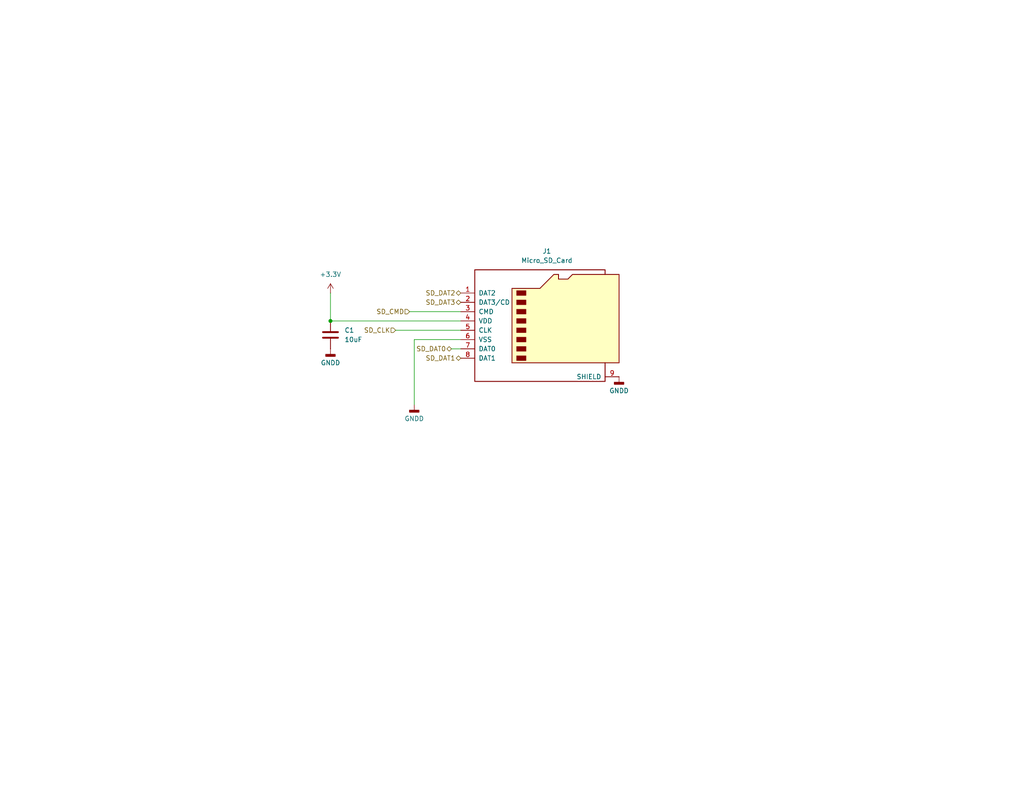
<source format=kicad_sch>
(kicad_sch (version 20250114) (generator "eeschema") (generator_version "9.0")
  (paper "USLetter")
  (title_block (title "Control Module Rev2") (date "2026-02-10") (rev "2.0") (company "Rowan Rocketry"))
  (lib_symbols
    (symbol "Connector:Micro_SD_Card" (pin_names (offset 1.016))
      (property "Reference" "J" (at -16.51 15.24 0))
      (property "Value" "Micro_SD_Card" (at 16.51 15.24 0))
      (symbol "Micro_SD_Card_0_1"
        (polyline (pts (xy -8.89 -11.43) (xy -8.89 8.89) (xy -1.27 8.89) (xy 2.54 12.7) (xy 3.81 12.7) (xy 3.81 11.43) (xy 6.35 11.43) (xy 7.62 12.7) (xy 20.32 12.7) (xy 20.32 -11.43) (xy -8.89 -11.43)) (stroke (width 0.254)) (fill (type background)))
        (rectangle (start -7.62 8.255) (end -5.08 6.985) (fill (type outline)))
        (rectangle (start -7.62 5.715) (end -5.08 4.445) (fill (type outline)))
        (rectangle (start -7.62 3.175) (end -5.08 1.905) (fill (type outline)))
        (rectangle (start -7.62 0.635) (end -5.08 -0.635) (fill (type outline)))
        (rectangle (start -7.62 -1.905) (end -5.08 -3.175) (fill (type outline)))
        (rectangle (start -7.62 -4.445) (end -5.08 -5.715) (fill (type outline)))
        (rectangle (start -7.62 -6.985) (end -5.08 -8.255) (fill (type outline)))
        (rectangle (start -7.62 -9.525) (end -5.08 -10.795) (fill (type outline)))
        (polyline (pts (xy 16.51 12.7) (xy 16.51 13.97) (xy -19.05 13.97) (xy -19.05 -16.51) (xy 16.51 -16.51) (xy 16.51 -11.43)) (stroke (width 0.254)))
      )
      (symbol "Micro_SD_Card_1_1"
        (pin bidirectional line (at -22.86 7.62 0) (length 3.81) (name "DAT2") (number "1"))
        (pin bidirectional line (at -22.86 5.08 0) (length 3.81) (name "DAT3/CD") (number "2"))
        (pin input line (at -22.86 2.54 0) (length 3.81) (name "CMD") (number "3"))
        (pin power_in line (at -22.86 0 0) (length 3.81) (name "VDD") (number "4"))
        (pin input line (at -22.86 -2.54 0) (length 3.81) (name "CLK") (number "5"))
        (pin power_in line (at -22.86 -5.08 0) (length 3.81) (name "VSS") (number "6"))
        (pin bidirectional line (at -22.86 -7.62 0) (length 3.81) (name "DAT0") (number "7"))
        (pin bidirectional line (at -22.86 -10.16 0) (length 3.81) (name "DAT1") (number "8"))
        (pin passive line (at 20.32 -15.24 180) (length 3.81) (name "SHIELD") (number "9"))
      )
    )
    (symbol "Device:C" (pin_numbers (hide yes)) (pin_names (offset 0.254))
      (property "Reference" "C" (at 0.635 2.54 0))
      (property "Value" "C" (at 0.635 -2.54 0))
      (symbol "C_0_1"
        (polyline (pts (xy -2.032 0.762) (xy 2.032 0.762)) (stroke (width 0.508)))
        (polyline (pts (xy -2.032 -0.762) (xy 2.032 -0.762)) (stroke (width 0.508)))
      )
      (symbol "C_1_1"
        (pin passive line (at 0 3.81 270) (length 2.794) (name "~") (number "1"))
        (pin passive line (at 0 -3.81 90) (length 2.794) (name "~") (number "2"))
      )
    )
    (symbol "power:+3.3V" (power) (pin_numbers (hide yes)) (pin_names (offset 0) (hide yes))
      (property "Value" "+3.3V" (at 0 3.556 0))
      (symbol "+3.3V_0_1"
        (polyline (pts (xy -0.762 1.27) (xy 0 2.54)))
        (polyline (pts (xy 0 2.54) (xy 0.762 1.27)))
        (polyline (pts (xy 0 0) (xy 0 2.54)))
      )
      (symbol "+3.3V_1_1"
        (pin power_in line (at 0 0 90) (length 0) (name "~") (number "1"))
      )
    )
    (symbol "power:GNDD" (power) (pin_numbers (hide yes)) (pin_names (offset 0) (hide yes))
      (property "Value" "GNDD" (at 0 -3.175 0))
      (symbol "GNDD_0_1"
        (rectangle (start -1.27 -1.524) (end 1.27 -2.032) (stroke (width 0.254)) (fill (type outline)))
        (polyline (pts (xy 0 0) (xy 0 -1.524)))
      )
      (symbol "GNDD_1_1"
        (pin power_in line (at 0 0 270) (length 0) (name "~") (number "1"))
      )
    )
  )
  (junction (at 90.17 87.63))
  (wire (pts (xy 123.19 95.25) (xy 125.73 95.25)))
  (wire (pts (xy 113.03 92.71) (xy 125.73 92.71)))
  (wire (pts (xy 113.03 110.49) (xy 113.03 92.71)))
  (wire (pts (xy 90.17 87.63) (xy 125.73 87.63)))
  (wire (pts (xy 107.95 90.17) (xy 125.73 90.17)))
  (wire (pts (xy 111.76 85.09) (xy 125.73 85.09)))
  (wire (pts (xy 90.17 80.01) (xy 90.17 87.63)))
  (hierarchical_label "SD_CMD" (shape input) (at 111.76 85.09 180))
  (hierarchical_label "SD_DAT2" (shape bidirectional) (at 125.73 80.01 180))
  (hierarchical_label "SD_CLK" (shape input) (at 107.95 90.17 180))
  (hierarchical_label "SD_DAT3" (shape bidirectional) (at 125.73 82.55 180))
  (hierarchical_label "SD_DAT0" (shape bidirectional) (at 123.19 95.25 180))
  (hierarchical_label "SD_DAT1" (shape bidirectional) (at 125.73 97.79 180))
  (symbol (lib_id "power:GNDD") (at 113.03 110.49 0) (unit 1)
    (property "Reference" "#PWR03" (effects (hide yes)))
    (property "Value" "GNDD" (at 113.03 114.3 0))
    (property "Description" "Power symbol creates a global label with name \"GNDD\" , digital ground" (effects (hide yes)))
  )
  (symbol (lib_id "power:+3.3V") (at 90.17 80.01 0) (unit 1)
    (property "Reference" "#PWR02" (effects (hide yes)))
    (property "Value" "+3.3V" (at 90.17 74.93 0))
    (property "Description" "Power symbol creates a global label with name \"+3.3V\"" (effects (hide yes)))
  )
  (symbol (lib_id "power:GNDD") (at 90.17 95.25 0) (unit 1)
    (property "Reference" "#PWR01" (effects (hide yes)))
    (property "Value" "GNDD" (at 90.17 99.06 0))
    (property "Description" "Power symbol creates a global label with name \"GNDD\" , digital ground" (effects (hide yes)))
  )
  (symbol (lib_id "power:GNDD") (at 168.91 102.87 0) (unit 1)
    (property "Reference" "#PWR04" (effects (hide yes)))
    (property "Value" "GNDD" (at 168.91 106.68 0))
    (property "Description" "Power symbol creates a global label with name \"GNDD\" , digital ground" (effects (hide yes)))
  )
  (symbol (lib_id "Device:C") (at 90.17 91.44 0) (unit 1)
    (property "Reference" "C1" (at 93.98 90.1699 0) (effects (justify left)))
    (property "Value" "10uF" (at 93.98 92.7099 0) (effects (justify left)))
    (property "Footprint" "Capacitor_SMD:C_0603_1608Metric_Pad1.08x0.95mm_HandSolder" (effects (hide yes)))
    (property "Description" "Unpolarized capacitor" (effects (hide yes)))
  )
  (symbol (lib_id "Connector:Micro_SD_Card") (at 148.59 87.63 0) (unit 1)
    (property "Reference" "J1" (at 149.225 68.58 0))
    (property "Value" "Micro_SD_Card" (at 149.225 71.12 0))
    (property "Footprint" "Connector_Card:microSD_HC_Molex_47219-2001" (effects (hide yes)))
    (property "Datasheet" "https://www.we-online.com/components/products/datasheet/693072010801.pdf" (effects (hide yes)))
    (property "Description" "Micro SD Card Socket" (effects (hide yes)))
    (property "Purchase" "https://www.digikey.com/en/products/detail/molex/0472192001/3044807?s=N4IgTCBcDaICwHYwEYCcBaMAGLyQF0BfIA" (effects (hide yes)))
  )
)
</source>
